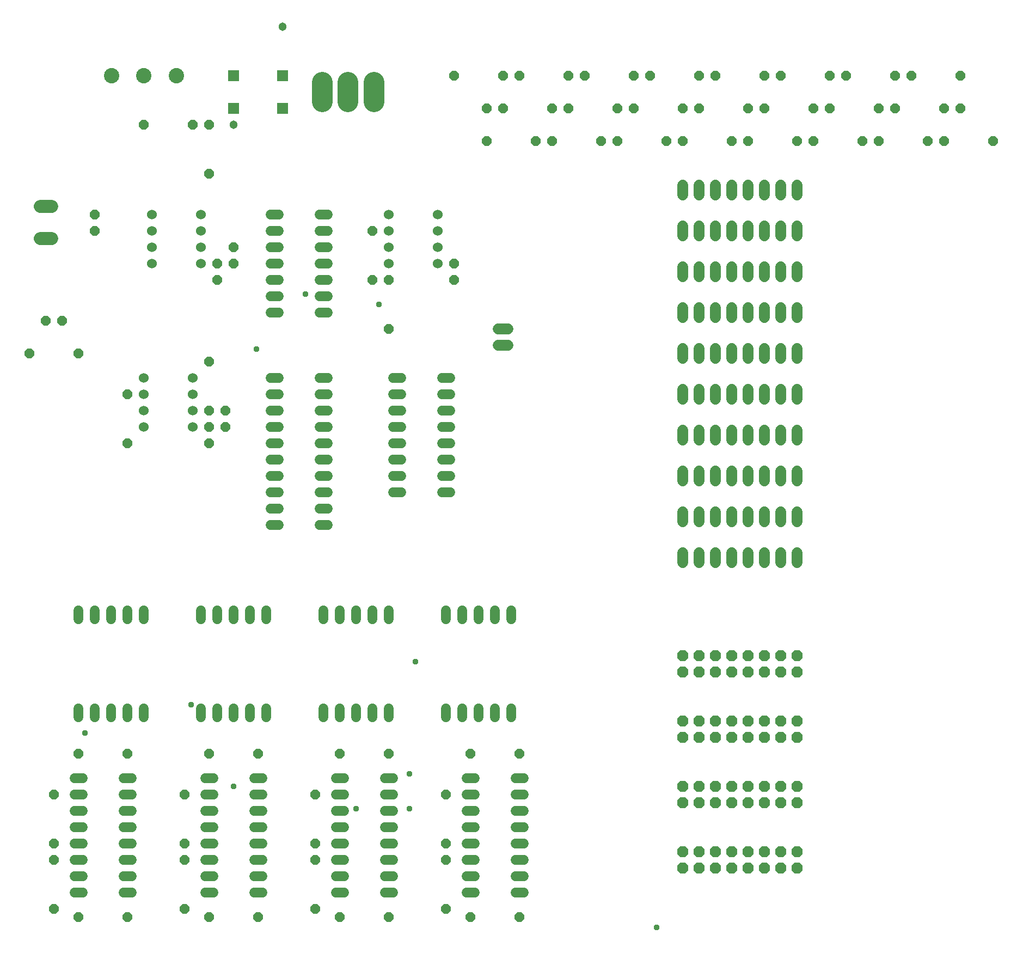
<source format=gbr>
G04 EAGLE Gerber RS-274X export*
G75*
%MOMM*%
%FSLAX34Y34*%
%LPD*%
%INSoldermask Bottom*%
%IPPOS*%
%AMOC8*
5,1,8,0,0,1.08239X$1,22.5*%
G01*
%ADD10P,1.649562X8X292.500000*%
%ADD11P,1.649562X8X202.500000*%
%ADD12P,1.649562X8X112.500000*%
%ADD13C,1.524000*%
%ADD14P,1.649562X8X22.500000*%
%ADD15C,1.524000*%
%ADD16C,2.387600*%
%ADD17R,1.703200X1.703200*%
%ADD18C,1.303200*%
%ADD19C,3.213100*%
%ADD20C,1.727200*%
%ADD21P,1.869504X8X202.500000*%
%ADD22C,1.993900*%
%ADD23C,0.959600*%


D10*
X520700Y254000D03*
X520700Y177800D03*
D11*
X431800Y419100D03*
X355600Y419100D03*
D12*
X317500Y279400D03*
X317500Y355600D03*
X317500Y177800D03*
X317500Y254000D03*
D11*
X228600Y165100D03*
X152400Y165100D03*
X228600Y419100D03*
X152400Y419100D03*
D12*
X114300Y279400D03*
X114300Y355600D03*
X114300Y177800D03*
X114300Y254000D03*
X520700Y279400D03*
X520700Y355600D03*
D11*
X635000Y419100D03*
X558800Y419100D03*
D12*
X723900Y177800D03*
X723900Y254000D03*
D11*
X635000Y165100D03*
X558800Y165100D03*
D12*
X723900Y279400D03*
X723900Y355600D03*
D11*
X838200Y419100D03*
X762000Y419100D03*
X838200Y165100D03*
X762000Y165100D03*
X431800Y165100D03*
X355600Y165100D03*
D13*
X723900Y475996D02*
X723900Y489204D01*
X749300Y489204D02*
X749300Y475996D01*
X774700Y475996D02*
X774700Y489204D01*
X800100Y489204D02*
X800100Y475996D01*
X825500Y475996D02*
X825500Y489204D01*
X825500Y628396D02*
X825500Y641604D01*
X800100Y641604D02*
X800100Y628396D01*
X774700Y628396D02*
X774700Y641604D01*
X749300Y641604D02*
X749300Y628396D01*
X723900Y628396D02*
X723900Y641604D01*
X533400Y489204D02*
X533400Y475996D01*
X558800Y475996D02*
X558800Y489204D01*
X584200Y489204D02*
X584200Y475996D01*
X609600Y475996D02*
X609600Y489204D01*
X635000Y489204D02*
X635000Y475996D01*
X635000Y628396D02*
X635000Y641604D01*
X609600Y641604D02*
X609600Y628396D01*
X584200Y628396D02*
X584200Y641604D01*
X558800Y641604D02*
X558800Y628396D01*
X533400Y628396D02*
X533400Y641604D01*
X342900Y489204D02*
X342900Y475996D01*
X368300Y475996D02*
X368300Y489204D01*
X393700Y489204D02*
X393700Y475996D01*
X419100Y475996D02*
X419100Y489204D01*
X444500Y489204D02*
X444500Y475996D01*
X444500Y628396D02*
X444500Y641604D01*
X419100Y641604D02*
X419100Y628396D01*
X393700Y628396D02*
X393700Y641604D01*
X368300Y641604D02*
X368300Y628396D01*
X342900Y628396D02*
X342900Y641604D01*
X152400Y489204D02*
X152400Y475996D01*
X177800Y475996D02*
X177800Y489204D01*
X203200Y489204D02*
X203200Y475996D01*
X228600Y475996D02*
X228600Y489204D01*
X254000Y489204D02*
X254000Y475996D01*
X254000Y628396D02*
X254000Y641604D01*
X228600Y641604D02*
X228600Y628396D01*
X203200Y628396D02*
X203200Y641604D01*
X177800Y641604D02*
X177800Y628396D01*
X152400Y628396D02*
X152400Y641604D01*
X145796Y381000D02*
X159004Y381000D01*
X159004Y355600D02*
X145796Y355600D01*
X145796Y228600D02*
X159004Y228600D01*
X159004Y203200D02*
X145796Y203200D01*
X145796Y330200D02*
X159004Y330200D01*
X159004Y304800D02*
X145796Y304800D01*
X145796Y254000D02*
X159004Y254000D01*
X159004Y279400D02*
X145796Y279400D01*
X221996Y203200D02*
X235204Y203200D01*
X235204Y228600D02*
X221996Y228600D01*
X221996Y254000D02*
X235204Y254000D01*
X235204Y279400D02*
X221996Y279400D01*
X221996Y304800D02*
X235204Y304800D01*
X235204Y330200D02*
X221996Y330200D01*
X221996Y355600D02*
X235204Y355600D01*
X235204Y381000D02*
X221996Y381000D01*
X755396Y381000D02*
X768604Y381000D01*
X768604Y355600D02*
X755396Y355600D01*
X755396Y228600D02*
X768604Y228600D01*
X768604Y203200D02*
X755396Y203200D01*
X755396Y330200D02*
X768604Y330200D01*
X768604Y304800D02*
X755396Y304800D01*
X755396Y254000D02*
X768604Y254000D01*
X768604Y279400D02*
X755396Y279400D01*
X831596Y203200D02*
X844804Y203200D01*
X844804Y228600D02*
X831596Y228600D01*
X831596Y254000D02*
X844804Y254000D01*
X844804Y279400D02*
X831596Y279400D01*
X831596Y304800D02*
X844804Y304800D01*
X844804Y330200D02*
X831596Y330200D01*
X831596Y355600D02*
X844804Y355600D01*
X844804Y381000D02*
X831596Y381000D01*
X565404Y381000D02*
X552196Y381000D01*
X552196Y355600D02*
X565404Y355600D01*
X565404Y228600D02*
X552196Y228600D01*
X552196Y203200D02*
X565404Y203200D01*
X565404Y330200D02*
X552196Y330200D01*
X552196Y304800D02*
X565404Y304800D01*
X565404Y254000D02*
X552196Y254000D01*
X552196Y279400D02*
X565404Y279400D01*
X628396Y203200D02*
X641604Y203200D01*
X641604Y228600D02*
X628396Y228600D01*
X628396Y254000D02*
X641604Y254000D01*
X641604Y279400D02*
X628396Y279400D01*
X628396Y304800D02*
X641604Y304800D01*
X641604Y330200D02*
X628396Y330200D01*
X628396Y355600D02*
X641604Y355600D01*
X641604Y381000D02*
X628396Y381000D01*
X362204Y381000D02*
X348996Y381000D01*
X348996Y355600D02*
X362204Y355600D01*
X362204Y228600D02*
X348996Y228600D01*
X348996Y203200D02*
X362204Y203200D01*
X362204Y330200D02*
X348996Y330200D01*
X348996Y304800D02*
X362204Y304800D01*
X362204Y254000D02*
X348996Y254000D01*
X348996Y279400D02*
X362204Y279400D01*
X425196Y203200D02*
X438404Y203200D01*
X438404Y228600D02*
X425196Y228600D01*
X425196Y254000D02*
X438404Y254000D01*
X438404Y279400D02*
X425196Y279400D01*
X425196Y304800D02*
X438404Y304800D01*
X438404Y330200D02*
X425196Y330200D01*
X425196Y355600D02*
X438404Y355600D01*
X438404Y381000D02*
X425196Y381000D01*
D11*
X863600Y1371600D03*
X787400Y1371600D03*
D14*
X1498600Y1371600D03*
X1574800Y1371600D03*
X1397000Y1371600D03*
X1473200Y1371600D03*
X1295400Y1371600D03*
X1371600Y1371600D03*
X1193800Y1371600D03*
X1270000Y1371600D03*
D11*
X965200Y1371600D03*
X889000Y1371600D03*
X1066800Y1371600D03*
X990600Y1371600D03*
X1168400Y1371600D03*
X1092200Y1371600D03*
D14*
X787400Y1422400D03*
X812800Y1422400D03*
X889000Y1422400D03*
X914400Y1422400D03*
X990600Y1422400D03*
X1016000Y1422400D03*
X1092200Y1422400D03*
X1117600Y1422400D03*
X1193800Y1422400D03*
X1219200Y1422400D03*
X1295400Y1422400D03*
X1320800Y1422400D03*
X1397000Y1422400D03*
X1422400Y1422400D03*
X1498600Y1422400D03*
X1524000Y1422400D03*
X838200Y1473200D03*
X914400Y1473200D03*
X939800Y1473200D03*
X1016000Y1473200D03*
X1041400Y1473200D03*
X1117600Y1473200D03*
X1143000Y1473200D03*
X1219200Y1473200D03*
X1244600Y1473200D03*
X1320800Y1473200D03*
X1346200Y1473200D03*
X1422400Y1473200D03*
X1447800Y1473200D03*
X1524000Y1473200D03*
X736600Y1473200D03*
X812800Y1473200D03*
D12*
X177800Y1231900D03*
X177800Y1257300D03*
D10*
X393700Y1206500D03*
X393700Y1181100D03*
X368300Y1181100D03*
X368300Y1155700D03*
X355600Y927100D03*
X355600Y901700D03*
X381000Y952500D03*
X381000Y927100D03*
X736600Y1181100D03*
X736600Y1155700D03*
D13*
X463804Y1257300D02*
X450596Y1257300D01*
X450596Y1231900D02*
X463804Y1231900D01*
X463804Y1104900D02*
X450596Y1104900D01*
X526796Y1104900D02*
X540004Y1104900D01*
X463804Y1206500D02*
X450596Y1206500D01*
X450596Y1181100D02*
X463804Y1181100D01*
X463804Y1130300D02*
X450596Y1130300D01*
X450596Y1155700D02*
X463804Y1155700D01*
X526796Y1130300D02*
X540004Y1130300D01*
X540004Y1155700D02*
X526796Y1155700D01*
X526796Y1181100D02*
X540004Y1181100D01*
X540004Y1206500D02*
X526796Y1206500D01*
X526796Y1231900D02*
X540004Y1231900D01*
X540004Y1257300D02*
X526796Y1257300D01*
X463804Y1003300D02*
X450596Y1003300D01*
X450596Y977900D02*
X463804Y977900D01*
X463804Y850900D02*
X450596Y850900D01*
X450596Y825500D02*
X463804Y825500D01*
X463804Y952500D02*
X450596Y952500D01*
X450596Y927100D02*
X463804Y927100D01*
X463804Y876300D02*
X450596Y876300D01*
X450596Y901700D02*
X463804Y901700D01*
X463804Y800100D02*
X450596Y800100D01*
X450596Y774700D02*
X463804Y774700D01*
X526796Y774700D02*
X540004Y774700D01*
X540004Y800100D02*
X526796Y800100D01*
X526796Y825500D02*
X540004Y825500D01*
X540004Y850900D02*
X526796Y850900D01*
X526796Y876300D02*
X540004Y876300D01*
X540004Y901700D02*
X526796Y901700D01*
X526796Y927100D02*
X540004Y927100D01*
X540004Y952500D02*
X526796Y952500D01*
X526796Y977900D02*
X540004Y977900D01*
X540004Y1003300D02*
X526796Y1003300D01*
D15*
X254000Y1003300D03*
X254000Y977900D03*
X330200Y977900D03*
X330200Y1003300D03*
X254000Y952500D03*
X254000Y927100D03*
X330200Y952500D03*
X330200Y927100D03*
X635000Y1257300D03*
X635000Y1231900D03*
X711200Y1231900D03*
X711200Y1257300D03*
X635000Y1206500D03*
X635000Y1181100D03*
X711200Y1206500D03*
X711200Y1181100D03*
X266700Y1257300D03*
X266700Y1231900D03*
X342900Y1231900D03*
X342900Y1257300D03*
X266700Y1206500D03*
X266700Y1181100D03*
X342900Y1206500D03*
X342900Y1181100D03*
D13*
X641096Y1003300D02*
X654304Y1003300D01*
X654304Y977900D02*
X641096Y977900D01*
X641096Y850900D02*
X654304Y850900D01*
X654304Y825500D02*
X641096Y825500D01*
X641096Y952500D02*
X654304Y952500D01*
X654304Y927100D02*
X641096Y927100D01*
X641096Y876300D02*
X654304Y876300D01*
X654304Y901700D02*
X641096Y901700D01*
X717296Y825500D02*
X730504Y825500D01*
X730504Y850900D02*
X717296Y850900D01*
X717296Y876300D02*
X730504Y876300D01*
X730504Y901700D02*
X717296Y901700D01*
X717296Y927100D02*
X730504Y927100D01*
X730504Y952500D02*
X717296Y952500D01*
X717296Y977900D02*
X730504Y977900D01*
X730504Y1003300D02*
X717296Y1003300D01*
D11*
X127000Y1092200D03*
X101600Y1092200D03*
D10*
X355600Y1397000D03*
X355600Y1320800D03*
D11*
X152400Y1041400D03*
X76200Y1041400D03*
D14*
X254000Y1397000D03*
X330200Y1397000D03*
D10*
X228600Y977900D03*
X228600Y901700D03*
D12*
X355600Y952500D03*
X355600Y1028700D03*
D10*
X609600Y1231900D03*
X609600Y1155700D03*
X635000Y1155700D03*
X635000Y1079500D03*
D16*
X304000Y1473200D03*
X254000Y1473200D03*
X204000Y1473200D03*
D17*
X469900Y1422400D03*
X469900Y1473200D03*
X393700Y1473200D03*
X393700Y1422400D03*
D18*
X469900Y1549400D03*
X393700Y1397000D03*
D19*
X611632Y1432751D02*
X611632Y1462850D01*
X571500Y1462850D02*
X571500Y1432751D01*
X531368Y1432751D02*
X531368Y1462850D01*
D20*
X1092200Y1303020D02*
X1092200Y1287780D01*
X1117600Y1287780D02*
X1117600Y1303020D01*
X1143000Y1303020D02*
X1143000Y1287780D01*
X1168400Y1287780D02*
X1168400Y1303020D01*
X1193800Y1303020D02*
X1193800Y1287780D01*
X1219200Y1287780D02*
X1219200Y1303020D01*
X1244600Y1303020D02*
X1244600Y1287780D01*
X1270000Y1287780D02*
X1270000Y1303020D01*
X1092200Y1049020D02*
X1092200Y1033780D01*
X1117600Y1033780D02*
X1117600Y1049020D01*
X1143000Y1049020D02*
X1143000Y1033780D01*
X1168400Y1033780D02*
X1168400Y1049020D01*
X1193800Y1049020D02*
X1193800Y1033780D01*
X1219200Y1033780D02*
X1219200Y1049020D01*
X1244600Y1049020D02*
X1244600Y1033780D01*
X1270000Y1033780D02*
X1270000Y1049020D01*
D21*
X1270000Y571500D03*
X1244600Y571500D03*
X1219200Y571500D03*
X1193800Y571500D03*
X1168400Y571500D03*
X1143000Y571500D03*
X1270000Y546100D03*
X1244600Y546100D03*
X1219200Y546100D03*
X1193800Y546100D03*
X1168400Y546100D03*
X1143000Y546100D03*
X1117600Y571500D03*
X1092200Y571500D03*
X1117600Y546100D03*
X1092200Y546100D03*
X1270000Y469900D03*
X1244600Y469900D03*
X1219200Y469900D03*
X1193800Y469900D03*
X1168400Y469900D03*
X1143000Y469900D03*
X1270000Y444500D03*
X1244600Y444500D03*
X1219200Y444500D03*
X1193800Y444500D03*
X1168400Y444500D03*
X1143000Y444500D03*
X1117600Y469900D03*
X1092200Y469900D03*
X1117600Y444500D03*
X1092200Y444500D03*
X1270000Y368300D03*
X1244600Y368300D03*
X1219200Y368300D03*
X1193800Y368300D03*
X1168400Y368300D03*
X1143000Y368300D03*
X1270000Y342900D03*
X1244600Y342900D03*
X1219200Y342900D03*
X1193800Y342900D03*
X1168400Y342900D03*
X1143000Y342900D03*
X1117600Y368300D03*
X1092200Y368300D03*
X1117600Y342900D03*
X1092200Y342900D03*
X1270000Y266700D03*
X1244600Y266700D03*
X1219200Y266700D03*
X1193800Y266700D03*
X1168400Y266700D03*
X1143000Y266700D03*
X1270000Y241300D03*
X1244600Y241300D03*
X1219200Y241300D03*
X1193800Y241300D03*
X1168400Y241300D03*
X1143000Y241300D03*
X1117600Y266700D03*
X1092200Y266700D03*
X1117600Y241300D03*
X1092200Y241300D03*
D20*
X1092200Y1097280D02*
X1092200Y1112520D01*
X1117600Y1112520D02*
X1117600Y1097280D01*
X1143000Y1097280D02*
X1143000Y1112520D01*
X1168400Y1112520D02*
X1168400Y1097280D01*
X1193800Y1097280D02*
X1193800Y1112520D01*
X1219200Y1112520D02*
X1219200Y1097280D01*
X1244600Y1097280D02*
X1244600Y1112520D01*
X1270000Y1112520D02*
X1270000Y1097280D01*
X1092200Y1160780D02*
X1092200Y1176020D01*
X1117600Y1176020D02*
X1117600Y1160780D01*
X1143000Y1160780D02*
X1143000Y1176020D01*
X1168400Y1176020D02*
X1168400Y1160780D01*
X1193800Y1160780D02*
X1193800Y1176020D01*
X1219200Y1176020D02*
X1219200Y1160780D01*
X1244600Y1160780D02*
X1244600Y1176020D01*
X1270000Y1176020D02*
X1270000Y1160780D01*
X1092200Y1224280D02*
X1092200Y1239520D01*
X1117600Y1239520D02*
X1117600Y1224280D01*
X1143000Y1224280D02*
X1143000Y1239520D01*
X1168400Y1239520D02*
X1168400Y1224280D01*
X1193800Y1224280D02*
X1193800Y1239520D01*
X1219200Y1239520D02*
X1219200Y1224280D01*
X1244600Y1224280D02*
X1244600Y1239520D01*
X1270000Y1239520D02*
X1270000Y1224280D01*
X1092200Y731520D02*
X1092200Y716280D01*
X1117600Y716280D02*
X1117600Y731520D01*
X1143000Y731520D02*
X1143000Y716280D01*
X1168400Y716280D02*
X1168400Y731520D01*
X1193800Y731520D02*
X1193800Y716280D01*
X1219200Y716280D02*
X1219200Y731520D01*
X1244600Y731520D02*
X1244600Y716280D01*
X1270000Y716280D02*
X1270000Y731520D01*
X1092200Y779780D02*
X1092200Y795020D01*
X1117600Y795020D02*
X1117600Y779780D01*
X1143000Y779780D02*
X1143000Y795020D01*
X1168400Y795020D02*
X1168400Y779780D01*
X1193800Y779780D02*
X1193800Y795020D01*
X1219200Y795020D02*
X1219200Y779780D01*
X1244600Y779780D02*
X1244600Y795020D01*
X1270000Y795020D02*
X1270000Y779780D01*
X1092200Y843280D02*
X1092200Y858520D01*
X1117600Y858520D02*
X1117600Y843280D01*
X1143000Y843280D02*
X1143000Y858520D01*
X1168400Y858520D02*
X1168400Y843280D01*
X1193800Y843280D02*
X1193800Y858520D01*
X1219200Y858520D02*
X1219200Y843280D01*
X1244600Y843280D02*
X1244600Y858520D01*
X1270000Y858520D02*
X1270000Y843280D01*
X1092200Y906780D02*
X1092200Y922020D01*
X1117600Y922020D02*
X1117600Y906780D01*
X1143000Y906780D02*
X1143000Y922020D01*
X1168400Y922020D02*
X1168400Y906780D01*
X1193800Y906780D02*
X1193800Y922020D01*
X1219200Y922020D02*
X1219200Y906780D01*
X1244600Y906780D02*
X1244600Y922020D01*
X1270000Y922020D02*
X1270000Y906780D01*
X1092200Y970280D02*
X1092200Y985520D01*
X1117600Y985520D02*
X1117600Y970280D01*
X1143000Y970280D02*
X1143000Y985520D01*
X1168400Y985520D02*
X1168400Y970280D01*
X1193800Y970280D02*
X1193800Y985520D01*
X1219200Y985520D02*
X1219200Y970280D01*
X1244600Y970280D02*
X1244600Y985520D01*
X1270000Y985520D02*
X1270000Y970280D01*
D22*
X110554Y1219600D02*
X92647Y1219600D01*
X92647Y1269600D02*
X110554Y1269600D01*
D20*
X805180Y1079500D02*
X820420Y1079500D01*
X820420Y1054100D02*
X805180Y1054100D01*
D23*
X327025Y495300D03*
X1050925Y149225D03*
X161925Y450850D03*
X428625Y1047750D03*
X504825Y1133475D03*
X619125Y1117600D03*
X666750Y333375D03*
X676275Y561975D03*
X666750Y387350D03*
X584200Y333375D03*
X393700Y368300D03*
M02*

</source>
